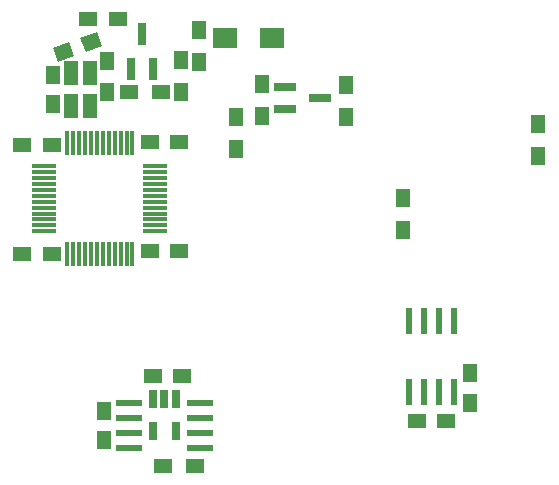
<source format=gbp>
G04 #@! TF.FileFunction,Paste,Bot*
%FSLAX46Y46*%
G04 Gerber Fmt 4.6, Leading zero omitted, Abs format (unit mm)*
G04 Created by KiCad (PCBNEW 4.0.5) date 07/26/17 23:18:41*
%MOMM*%
%LPD*%
G01*
G04 APERTURE LIST*
%ADD10C,0.100000*%
%ADD11R,0.300000X2.000000*%
%ADD12R,2.000000X0.300000*%
%ADD13R,1.500000X1.250000*%
%ADD14R,1.250000X1.500000*%
%ADD15R,1.500000X1.300000*%
%ADD16R,1.300000X1.500000*%
%ADD17R,2.200000X0.600000*%
%ADD18R,1.200000X2.000000*%
%ADD19R,0.600000X2.200000*%
%ADD20R,1.900000X0.800000*%
%ADD21R,0.800000X1.900000*%
%ADD22R,0.650000X1.500000*%
%ADD23R,2.000000X1.700000*%
G04 APERTURE END LIST*
D10*
D11*
X130473000Y-92836000D03*
D12*
X137923000Y-94786000D03*
D11*
X135973000Y-102236000D03*
D12*
X128523000Y-100286000D03*
D11*
X130973000Y-92836000D03*
X131473000Y-92836000D03*
X131973000Y-92836000D03*
X132473000Y-92836000D03*
X132973000Y-92836000D03*
X133473000Y-92836000D03*
X133973000Y-92836000D03*
X134473000Y-92836000D03*
X134973000Y-92836000D03*
X135473000Y-92836000D03*
X135973000Y-92836000D03*
D12*
X137923000Y-95286000D03*
X137923000Y-95786000D03*
X137923000Y-96286000D03*
X137923000Y-96786000D03*
X137923000Y-97286000D03*
X137923000Y-97786000D03*
X137923000Y-98286000D03*
X137923000Y-98786000D03*
X137923000Y-99286000D03*
X137923000Y-99786000D03*
X137923000Y-100286000D03*
D11*
X135473000Y-102236000D03*
X134973000Y-102236000D03*
X134473000Y-102236000D03*
X133973000Y-102236000D03*
X133473000Y-102236000D03*
X132973000Y-102236000D03*
X132473000Y-102236000D03*
X131973000Y-102236000D03*
X131473000Y-102236000D03*
X130973000Y-102236000D03*
X130473000Y-102236000D03*
D12*
X128523000Y-99786000D03*
X128523000Y-99286000D03*
X128523000Y-98786000D03*
X128523000Y-98286000D03*
X128523000Y-97786000D03*
X128523000Y-97286000D03*
X128523000Y-96786000D03*
X128523000Y-96286000D03*
X128523000Y-95786000D03*
X128523000Y-95286000D03*
X128523000Y-94786000D03*
D10*
G36*
X132983623Y-83437652D02*
X133411148Y-84612268D01*
X132001609Y-85125298D01*
X131574084Y-83950682D01*
X132983623Y-83437652D01*
X132983623Y-83437652D01*
G37*
G36*
X130634391Y-84292702D02*
X131061916Y-85467318D01*
X129652377Y-85980348D01*
X129224852Y-84805732D01*
X130634391Y-84292702D01*
X130634391Y-84292702D01*
G37*
D13*
X132227000Y-82296000D03*
X134727000Y-82296000D03*
D14*
X133604000Y-117963000D03*
X133604000Y-115463000D03*
D15*
X138604000Y-120142000D03*
X141304000Y-120142000D03*
D16*
X154051000Y-87931000D03*
X154051000Y-90631000D03*
X170307000Y-91233000D03*
X170307000Y-93933000D03*
D17*
X135684000Y-118618000D03*
X135684000Y-117348000D03*
X135684000Y-116078000D03*
X135684000Y-114808000D03*
X141684000Y-114808000D03*
X141684000Y-116078000D03*
X141684000Y-117348000D03*
X141684000Y-118618000D03*
D16*
X133858000Y-88535500D03*
X133858000Y-85835500D03*
D14*
X129286000Y-89515000D03*
X129286000Y-87015000D03*
D18*
X130772000Y-89665000D03*
X130772000Y-86865000D03*
X132372000Y-89665000D03*
X132372000Y-86865000D03*
D13*
X129139000Y-102235000D03*
X126639000Y-102235000D03*
X129139000Y-92964000D03*
X126639000Y-92964000D03*
X137434000Y-101981000D03*
X139934000Y-101981000D03*
X137434000Y-92710000D03*
X139934000Y-92710000D03*
X140188000Y-112522000D03*
X137688000Y-112522000D03*
D19*
X159385000Y-107871000D03*
X160655000Y-107871000D03*
X161925000Y-107871000D03*
X163195000Y-107871000D03*
X163195000Y-113871000D03*
X161925000Y-113871000D03*
X160655000Y-113871000D03*
X159385000Y-113871000D03*
D20*
X148868000Y-89977000D03*
X148868000Y-88077000D03*
X151868000Y-89027000D03*
D21*
X137729000Y-86590000D03*
X135829000Y-86590000D03*
X136779000Y-83590000D03*
D16*
X146939000Y-87804000D03*
X146939000Y-90504000D03*
X144780000Y-90598000D03*
X144780000Y-93298000D03*
D15*
X135683000Y-88519000D03*
X138383000Y-88519000D03*
D16*
X140081000Y-88472000D03*
X140081000Y-85772000D03*
D22*
X137734000Y-114474000D03*
X138684000Y-114474000D03*
X139634000Y-114474000D03*
X139634000Y-117174000D03*
X137734000Y-117174000D03*
D16*
X141605000Y-83232000D03*
X141605000Y-85932000D03*
D23*
X147796000Y-83947000D03*
X143796000Y-83947000D03*
D14*
X164592000Y-112288000D03*
X164592000Y-114788000D03*
D13*
X160040000Y-116332000D03*
X162540000Y-116332000D03*
D16*
X158877000Y-97456000D03*
X158877000Y-100156000D03*
M02*

</source>
